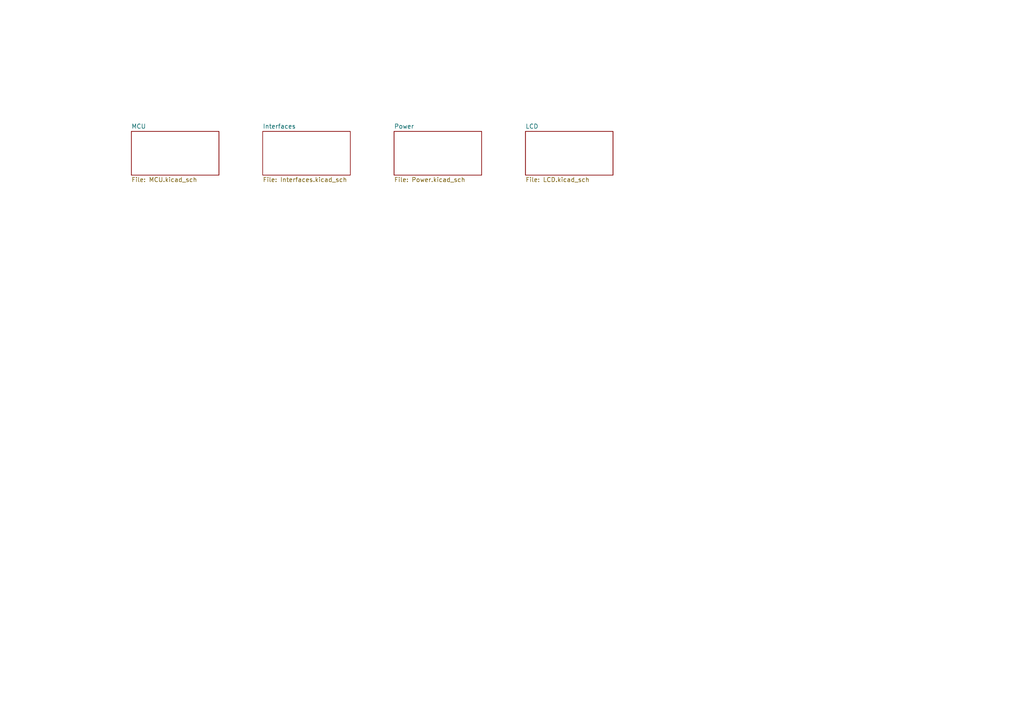
<source format=kicad_sch>
(kicad_sch
	(version 20250114)
	(generator "eeschema")
	(generator_version "9.0")
	(uuid "f2bb7816-6b2a-47fd-8906-eb4aedd6f9e6")
	(paper "A4")
	(lib_symbols)
	(sheet
		(at 38.1 38.1)
		(size 25.4 12.7)
		(exclude_from_sim no)
		(in_bom yes)
		(on_board yes)
		(dnp no)
		(fields_autoplaced yes)
		(stroke
			(width 0.1524)
			(type solid)
		)
		(fill
			(color 0 0 0 0.0000)
		)
		(uuid "5886a42c-8e6b-486c-adaf-d9c5288f3ea7")
		(property "Sheetname" "MCU"
			(at 38.1 37.3884 0)
			(effects
				(font
					(size 1.27 1.27)
				)
				(justify left bottom)
			)
		)
		(property "Sheetfile" "MCU.kicad_sch"
			(at 38.1 51.3846 0)
			(effects
				(font
					(size 1.27 1.27)
				)
				(justify left top)
			)
		)
		(instances
			(project "LV3-Dash"
				(path "/f2bb7816-6b2a-47fd-8906-eb4aedd6f9e6"
					(page "2")
				)
			)
		)
	)
	(sheet
		(at 114.3 38.1)
		(size 25.4 12.7)
		(exclude_from_sim no)
		(in_bom yes)
		(on_board yes)
		(dnp no)
		(fields_autoplaced yes)
		(stroke
			(width 0.1524)
			(type solid)
		)
		(fill
			(color 0 0 0 0.0000)
		)
		(uuid "5e700bbe-1f69-4433-b621-e458f2a62014")
		(property "Sheetname" "Power"
			(at 114.3 37.3884 0)
			(effects
				(font
					(size 1.27 1.27)
				)
				(justify left bottom)
			)
		)
		(property "Sheetfile" "Power.kicad_sch"
			(at 114.3 51.3846 0)
			(effects
				(font
					(size 1.27 1.27)
				)
				(justify left top)
			)
		)
		(instances
			(project "LV3-Dash"
				(path "/f2bb7816-6b2a-47fd-8906-eb4aedd6f9e6"
					(page "6")
				)
			)
		)
	)
	(sheet
		(at 76.2 38.1)
		(size 25.4 12.7)
		(exclude_from_sim no)
		(in_bom yes)
		(on_board yes)
		(dnp no)
		(fields_autoplaced yes)
		(stroke
			(width 0.1524)
			(type solid)
		)
		(fill
			(color 0 0 0 0.0000)
		)
		(uuid "61479cd4-0d84-48d3-a2a5-35c815fbc6c8")
		(property "Sheetname" "Interfaces"
			(at 76.2 37.3884 0)
			(effects
				(font
					(size 1.27 1.27)
				)
				(justify left bottom)
			)
		)
		(property "Sheetfile" "Interfaces.kicad_sch"
			(at 76.2 51.3846 0)
			(effects
				(font
					(size 1.27 1.27)
				)
				(justify left top)
			)
		)
		(instances
			(project "LV3-Dash"
				(path "/f2bb7816-6b2a-47fd-8906-eb4aedd6f9e6"
					(page "4")
				)
			)
		)
	)
	(sheet
		(at 152.4 38.1)
		(size 25.4 12.7)
		(exclude_from_sim no)
		(in_bom yes)
		(on_board yes)
		(dnp no)
		(fields_autoplaced yes)
		(stroke
			(width 0.1524)
			(type solid)
		)
		(fill
			(color 0 0 0 0.0000)
		)
		(uuid "f7a4fe37-1cad-43ab-9c93-c2f14895ea87")
		(property "Sheetname" "LCD"
			(at 152.4 37.3884 0)
			(effects
				(font
					(size 1.27 1.27)
				)
				(justify left bottom)
			)
		)
		(property "Sheetfile" "LCD.kicad_sch"
			(at 152.4 51.3846 0)
			(effects
				(font
					(size 1.27 1.27)
				)
				(justify left top)
			)
		)
		(instances
			(project "LV3-Dash"
				(path "/f2bb7816-6b2a-47fd-8906-eb4aedd6f9e6"
					(page "8")
				)
			)
		)
	)
	(sheet_instances
		(path "/"
			(page "1")
		)
	)
	(embedded_fonts no)
)

</source>
